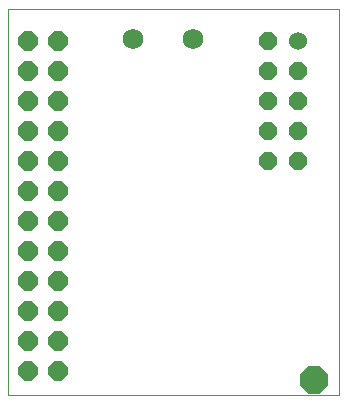
<source format=gbs>
G75*
%MOIN*%
%OFA0B0*%
%FSLAX25Y25*%
%IPPOS*%
%LPD*%
%AMOC8*
5,1,8,0,0,1.08239X$1,22.5*
%
%ADD10C,0.00000*%
%ADD11C,0.06000*%
%ADD12OC8,0.06000*%
%ADD13OC8,0.06400*%
%ADD14C,0.06900*%
%ADD15OC8,0.09061*%
D10*
X0001900Y0001794D02*
X0001900Y0130534D01*
X0112136Y0130534D01*
X0112136Y0001794D01*
X0001900Y0001794D01*
D11*
X0098400Y0119975D03*
D12*
X0098400Y0109975D03*
X0098400Y0099975D03*
X0098400Y0089975D03*
X0098400Y0079975D03*
X0088400Y0079975D03*
X0088400Y0089975D03*
X0088400Y0099975D03*
X0088400Y0109975D03*
X0088400Y0119975D03*
D13*
X0018400Y0119975D03*
X0018400Y0109975D03*
X0018400Y0099975D03*
X0018400Y0089975D03*
X0018400Y0079975D03*
X0018400Y0069975D03*
X0018400Y0059975D03*
X0018400Y0049975D03*
X0018400Y0039975D03*
X0018400Y0029975D03*
X0018400Y0019975D03*
X0018400Y0009975D03*
X0008400Y0009975D03*
X0008400Y0019975D03*
X0008400Y0029975D03*
X0008400Y0039975D03*
X0008400Y0049975D03*
X0008400Y0059975D03*
X0008400Y0069975D03*
X0008400Y0079975D03*
X0008400Y0089975D03*
X0008400Y0099975D03*
X0008400Y0109975D03*
X0008400Y0119975D03*
D14*
X0043400Y0120725D03*
X0063400Y0120725D03*
D15*
X0103676Y0006955D03*
M02*

</source>
